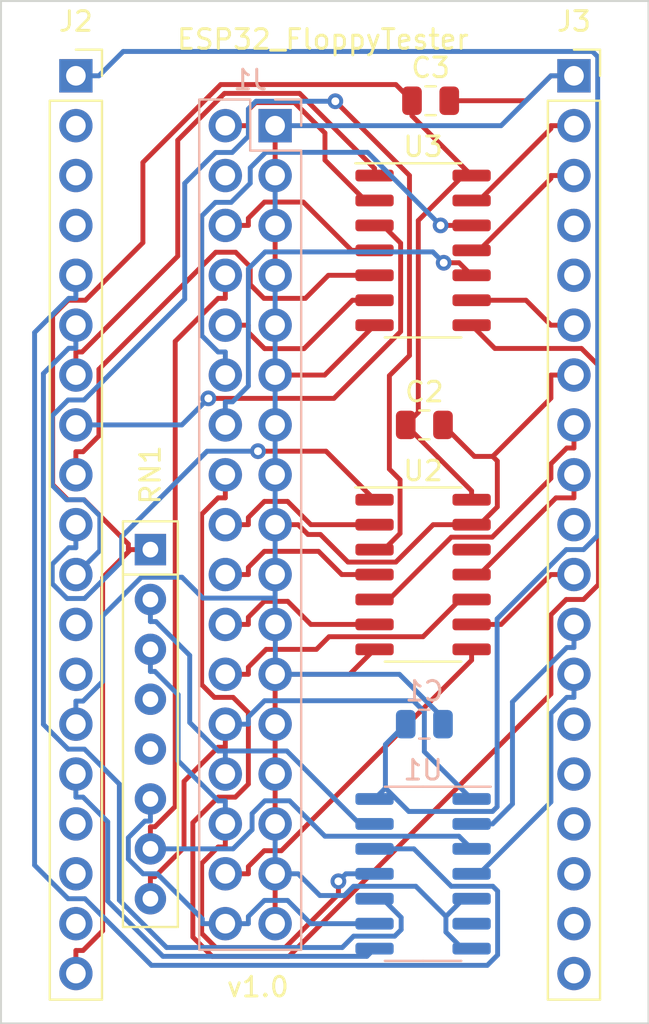
<source format=kicad_pcb>
(kicad_pcb (version 20221018) (generator pcbnew)
  (layers (0 "F.Cu" signal) (31 "B.Cu" signal) (34 "B.Paste" user) (35 "F.Paste" user) (36 "B.SilkS" user "B.Silkscreen") (37 "F.SilkS" user "F.Silkscreen") (38 "B.Mask" user) (39 "F.Mask" user) (44 "Edge.Cuts" user))
  (net 0 "")
  (net 1 "+5V")
  (net 2 "Net-(J2-Pin_5)")
  (net 3 "Net-(J2-Pin_6)")
  (net 4 "GND")
  (net 5 "+3V3")
  (net 6 "Net-(J2-Pin_15)")
  (net 7 "Net-(J3-Pin_12)")
  (net 8 "Net-(J3-Pin_13)")
  (net 30 "Net-(J1-Pin_2)")
  (net 31 "Net-(J1-Pin_6)")
  (net 32 "Net-(J1-Pin_8)")
  (net 33 "Net-(J1-Pin_10)")
  (net 34 "Net-(J1-Pin_12)")
  (net 35 "Net-(J1-Pin_14)")
  (net 36 "Net-(J1-Pin_16)")
  (net 37 "Net-(J1-Pin_18)")
  (net 38 "Net-(J1-Pin_20)")
  (net 39 "Net-(J1-Pin_22)")
  (net 40 "Net-(J1-Pin_24)")
  (net 41 "Net-(J1-Pin_26)")
  (net 42 "Net-(J1-Pin_28)")
  (net 43 "Net-(J1-Pin_30)")
  (net 44 "Net-(J1-Pin_32)")
  (net 45 "Net-(J1-Pin_34)")
  (net 46 "Net-(J2-Pin_7)")
  (net 47 "Net-(J2-Pin_8)")
  (net 48 "Net-(J2-Pin_9)")
  (net 49 "Net-(J2-Pin_10)")
  (net 50 "Net-(J2-Pin_11)")
  (net 51 "Net-(J3-Pin_2)")
  (net 52 "Net-(J3-Pin_3)")
  (net 53 "Net-(J3-Pin_6)")
  (net 54 "Net-(J3-Pin_8)")
  (net 55 "Net-(J3-Pin_9)")
  (net 56 "Net-(J3-Pin_11)")
  (footprint "Capacitor_SMD:C_0805_2012Metric" (layer "F.Cu") (at 48.26 50.8)
    (fp_text reference "C2")
    (fp_text value "0.1uF" hide)
  )
  (footprint "Package_SO:SOIC-14_3.9x8.7mm_P1.27mm" (layer "F.Cu") (at 48.195 41.91)
    (fp_text reference "U3")
    (fp_text value "74AHCT04")
  )
  (footprint "Connector_PinSocket_2.54mm:PinSocket_1x19_P2.54mm_Vertical" (layer "F.Cu") (at 55.89 33.02)
    (fp_text reference "J3")
    (fp_text value "Conn_01x19_Socket" hide)
  )
  (footprint "Package_SO:SOIC-14_3.9x8.7mm_P1.27mm" (layer "F.Cu") (at 48.195 58.42)
    (fp_text reference "U2")
    (fp_text value "74AHCT04")
  )
  (footprint "Capacitor_SMD:C_0805_2012Metric" (layer "F.Cu") (at 48.58 34.29)
    (fp_text reference "C3")
    (fp_text value "0.1uF" hide)
  )
  (footprint "Connector_PinSocket_2.54mm:PinSocket_1x19_P2.54mm_Vertical" (layer "F.Cu") (at 30.49 33.02)
    (fp_text reference "J2")
    (fp_text value "Conn_01x19_Socket" hide)
  )
  (footprint "Resistor_THT:R_Array_SIP8" (layer "F.Cu") (at 34.29 57.15 -90)
    (fp_text reference "RN1")
    (fp_text value "10k")
  )
  (footprint "Package_SO:SOIC-14_3.9x8.7mm_P1.27mm" (layer "B.Cu") (at 48.195 73.66 180)
    (fp_text reference "U1")
    (fp_text value "74LVC14")
  )
  (footprint "Connector_PinHeader_2.54mm:PinHeader_2x17_P2.54mm_Vertical" (layer "B.Cu") (at 40.65 35.56 180)
    (fp_text reference "J1")
    (fp_text value "Conn_02x17_Odd_Even" hide)
  )
  (footprint "Capacitor_SMD:C_0805_2012Metric" (layer "B.Cu") (at 48.26 66.04 180)
    (fp_text reference "C1")
    (fp_text value "0.1uF" hide)
  )
  (gr_rect (start 26.67 29.21) (end 59.69 81.28) (stroke (width 0.1)) (fill none) (layer "Edge.Cuts"))
  (gr_text "v1.0" (at 38.1 80.01) (layer "F.SilkS") (effects (font (size 1 1)) (justify left bottom)))
  (gr_text "ESP32_FloppyTester" (at 35.56 31.75) (layer "F.SilkS") (effects (font (size 1 1)) (justify left bottom)))
  (segment (start 33.9075 41.5203) (end 33.9075 37.4312) (width 0.25) (layer "F.Cu") (net 1))
  (segment (start 30.0758 54.61) (end 29.3044 53.8386) (width 0.25) (layer "F.Cu") (net 1))
  (segment (start 30.49 78.74) (end 30.49 77.5649) (width 0.25) (layer "F.Cu") (net 1))
  (segment (start 30.9062 54.61) (end 30.0758 54.61) (width 0.25) (layer "F.Cu") (net 1))
  (segment (start 47.9511 50.1589) (end 47.31 50.8) (width 0.25) (layer "F.Cu") (net 1))
  (segment (start 50.67 54.16) (end 50.67 54.61) (width 0.25) (layer "F.Cu") (net 1))
  (segment (start 46.806 33.466) (end 47.63 34.29) (width 0.25) (layer "F.Cu") (net 1))
  (segment (start 33.9075 37.4312) (end 37.8727 33.466) (width 0.25) (layer "F.Cu") (net 1))
  (segment (start 34.29 57.15) (end 33.2775 57.15) (width 0.25) (layer "F.Cu") (net 1))
  (segment (start 30.8552 77.5649) (end 30.49 77.5649) (width 0.25) (layer "F.Cu") (net 1))
  (segment (start 31.8548 76.5653) (end 30.8552 77.5649) (width 0.25) (layer "F.Cu") (net 1))
  (segment (start 47.63 34.29) (end 47.63 35.06) (width 0.25) (layer "F.Cu") (net 1))
  (segment (start 33.2775 57.15) (end 33.1649 57.15) (width 0.25) (layer "F.Cu") (net 1))
  (segment (start 50.4561 37.886) (end 47.9511 40.391) (width 0.25) (layer "F.Cu") (net 1))
  (segment (start 33.2775 57.15) (end 31.8548 58.5727) (width 0.25) (layer "F.Cu") (net 1))
  (segment (start 47.31 50.8) (end 50.67 54.16) (width 0.25) (layer "F.Cu") (net 1))
  (segment (start 37.8727 33.466) (end 46.806 33.466) (width 0.25) (layer "F.Cu") (net 1))
  (segment (start 30.0939 44.45) (end 30.9778 44.45) (width 0.25) (layer "F.Cu") (net 1))
  (segment (start 33.1649 56.8687) (end 30.9062 54.61) (width 0.25) (layer "F.Cu") (net 1))
  (segment (start 31.8548 58.5727) (end 31.8548 76.5653) (width 0.25) (layer "F.Cu") (net 1))
  (segment (start 47.9511 40.391) (end 47.9511 50.1589) (width 0.25) (layer "F.Cu") (net 1))
  (segment (start 47.63 35.06) (end 50.4561 37.886) (width 0.25) (layer "F.Cu") (net 1))
  (segment (start 33.1649 57.15) (end 33.1649 56.8687) (width 0.25) (layer "F.Cu") (net 1))
  (segment (start 50.4561 37.886) (end 50.67 38.1) (width 0.25) (layer "F.Cu") (net 1))
  (segment (start 30.9778 44.45) (end 33.9075 41.5203) (width 0.25) (layer "F.Cu") (net 1))
  (segment (start 29.3044 53.8386) (end 29.3044 45.2395) (width 0.25) (layer "F.Cu") (net 1))
  (segment (start 29.3044 45.2395) (end 30.0939 44.45) (width 0.25) (layer "F.Cu") (net 1))
  (segment (start 30.094 74.93) (end 30.9523 74.93) (width 0.25) (layer "B.Cu") (net 2))
  (segment (start 49.634 74.295) (end 47.729 72.39) (width 0.25) (layer "B.Cu") (net 2))
  (segment (start 51.9967 74.5391) (end 51.7526 74.295) (width 0.25) (layer "B.Cu") (net 2))
  (segment (start 28.3836 73.2196) (end 30.094 74.93) (width 0.25) (layer "B.Cu") (net 2))
  (segment (start 51.9967 77.7947) (end 51.9967 74.5391) (width 0.25) (layer "B.Cu") (net 2))
  (segment (start 30.49 43.18) (end 30.49 44.3551) (width 0.25) (layer "B.Cu") (net 2))
  (segment (start 30.49 44.3551) (end 30.1228 44.3551) (width 0.25) (layer "B.Cu") (net 2))
  (segment (start 51.7526 74.295) (end 49.634 74.295) (width 0.25) (layer "B.Cu") (net 2))
  (segment (start 30.1228 44.3551) (end 28.3836 46.0943) (width 0.25) (layer "B.Cu") (net 2))
  (segment (start 51.4693 78.3221) (end 51.9967 77.7947) (width 0.25) (layer "B.Cu") (net 2))
  (segment (start 30.9523 74.93) (end 34.3444 78.3221) (width 0.25) (layer "B.Cu") (net 2))
  (segment (start 28.3836 46.0943) (end 28.3836 73.2196) (width 0.25) (layer "B.Cu") (net 2))
  (segment (start 47.729 72.39) (end 45.72 72.39) (width 0.25) (layer "B.Cu") (net 2))
  (segment (start 34.3444 78.3221) (end 51.4693 78.3221) (width 0.25) (layer "B.Cu") (net 2))
  (segment (start 32.7059 69.0909) (end 32.7059 75.0021) (width 0.25) (layer "B.Cu") (net 3))
  (segment (start 32.7059 75.0021) (end 35.1174 77.4136) (width 0.25) (layer "B.Cu") (net 3))
  (segment (start 30.925 67.31) (end 32.7059 69.0909) (width 0.25) (layer "B.Cu") (net 3))
  (segment (start 30.49 46.8951) (end 30.1228 46.8951) (width 0.25) (layer "B.Cu") (net 3))
  (segment (start 47.0768 75.8803) (end 46.1265 74.93) (width 0.25) (layer "B.Cu") (net 3))
  (segment (start 47.0768 76.5066) (end 47.0768 75.8803) (width 0.25) (layer "B.Cu") (net 3))
  (segment (start 35.1174 77.4136) (end 44.075 77.4136) (width 0.25) (layer "B.Cu") (net 3))
  (segment (start 30.0928 67.31) (end 30.925 67.31) (width 0.25) (layer "B.Cu") (net 3))
  (segment (start 44.075 77.4136) (end 44.6536 76.835) (width 0.25) (layer "B.Cu") (net 3))
  (segment (start 44.6536 76.835) (end 46.7484 76.835) (width 0.25) (layer "B.Cu") (net 3))
  (segment (start 30.1228 46.8951) (end 28.8338 48.1841) (width 0.25) (layer "B.Cu") (net 3))
  (segment (start 28.8338 48.1841) (end 28.8338 66.051) (width 0.25) (layer "B.Cu") (net 3))
  (segment (start 46.7484 76.835) (end 47.0768 76.5066) (width 0.25) (layer "B.Cu") (net 3))
  (segment (start 46.1265 74.93) (end 45.72 74.93) (width 0.25) (layer "B.Cu") (net 3))
  (segment (start 30.49 45.72) (end 30.49 46.8951) (width 0.25) (layer "B.Cu") (net 3))
  (segment (start 28.8338 66.051) (end 30.0928 67.31) (width 0.25) (layer "B.Cu") (net 3))
  (segment (start 40.65 38.1) (end 40.65 35.56) (width 0.25) (layer "F.Cu") (net 4))
  (segment (start 40.65 63.5) (end 40.65 64.8649) (width 0.25) (layer "F.Cu") (net 4))
  (segment (start 45.72 45.72) (end 43.18 48.26) (width 0.25) (layer "F.Cu") (net 4))
  (segment (start 40.65 68.58) (end 40.65 66.04) (width 0.25) (layer "F.Cu") (net 4))
  (segment (start 46.8057 57.785) (end 44.3667 57.785) (width 0.25) (layer "F.Cu") (net 4))
  (segment (start 40.65 76.2) (end 40.65 73.66) (width 0.25) (layer "F.Cu") (net 4))
  (segment (start 42.9617 56.38) (end 42.3251 56.38) (width 0.25) (layer "F.Cu") (net 4))
  (segment (start 43.18 48.26) (end 40.65 48.26) (width 0.25) (layer "F.Cu") (net 4))
  (segment (start 48.7107 55.88) (end 46.8057 57.785) (width 0.25) (layer "F.Cu") (net 4))
  (segment (start 50.67 55.88) (end 48.7107 55.88) (width 0.25) (layer "F.Cu") (net 4))
  (segment (start 49.53 34.29) (end 53.4449 34.29) (width 0.25) (layer "F.Cu") (net 4))
  (segment (start 40.65 43.18) (end 40.65 40.64) (width 0.25) (layer "F.Cu") (net 4))
  (segment (start 54.7149 49.4351) (end 51.7456 52.4044) (width 0.25) (layer "F.Cu") (net 4))
  (segment (start 51.9816 52.6404) (end 51.9816 54.9724) (width 0.25) (layer "F.Cu") (net 4))
  (segment (start 50.8144 52.4044) (end 49.21 50.8) (width 0.25) (layer "F.Cu") (net 4))
  (segment (start 42.3251 56.38) (end 41.8251 55.88) (width 0.25) (layer "F.Cu") (net 4))
  (segment (start 51.7456 52.4044) (end 51.9816 52.6404) (width 0.25) (layer "F.Cu") (net 4))
  (segment (start 40.65 66.04) (end 40.65 64.8649) (width 0.25) (layer "F.Cu") (net 4))
  (segment (start 53.4449 34.29) (end 54.7149 33.02) (width 0.25) (layer "F.Cu") (net 4))
  (segment (start 40.65 55.88) (end 41.8251 55.88) (width 0.25) (layer "F.Cu") (net 4))
  (segment (start 44.45 63.5) (end 40.65 63.5) (width 0.25) (layer "F.Cu") (net 4))
  (segment (start 55.89 48.26) (end 54.7149 48.26) (width 0.25) (layer "F.Cu") (net 4))
  (segment (start 51.9816 54.9724) (end 51.074 55.88) (width 0.25) (layer "F.Cu") (net 4))
  (segment (start 51.7456 52.4044) (end 50.8144 52.4044) (width 0.25) (layer "F.Cu") (net 4))
  (segment (start 40.65 71.12) (end 40.65 68.58) (width 0.25) (layer "F.Cu") (net 4))
  (segment (start 55.89 33.02) (end 54.7149 33.02) (width 0.25) (layer "F.Cu") (net 4))
  (segment (start 45.72 62.23) (end 44.45 63.5) (width 0.25) (layer "F.Cu") (net 4))
  (segment (start 51.074 55.88) (end 50.67 55.88) (width 0.25) (layer "F.Cu") (net 4))
  (segment (start 54.7149 48.26) (end 54.7149 49.4351) (width 0.25) (layer "F.Cu") (net 4))
  (segment (start 44.3667 57.785) (end 42.9617 56.38) (width 0.25) (layer "F.Cu") (net 4))
  (segment (start 42.9316 74.7665) (end 44.1778 74.7665) (width 0.25) (layer "B.Cu") (net 4))
  (segment (start 40.6592 60.96) (end 40.65 60.9508) (width 0.25) (layer "B.Cu") (net 4))
  (segment (start 40.6592 63.5) (end 40.65 63.5) (width 0.25) (layer "B.Cu") (net 4))
  (segment (start 33.8272 58.5564) (end 31.8548 60.5288) (width 0.25) (layer "B.Cu") (net 4))
  (segment (start 31.8548 60.5288) (end 31.8548 63.8653) (width 0.25) (layer "B.Cu") (net 4))
  (segment (start 44.1778 74.7665) (end 44.6493 74.295) (width 0.25) (layer "B.Cu") (net 4))
  (segment (start 40.65 50.8) (end 40.65 48.26) (width 0.25) (layer "B.Cu") (net 4))
  (segment (start 50.2018 77.47) (end 49.3598 76.628) (width 0.25) (layer "B.Cu") (net 4))
  (segment (start 50.2601 74.93) (end 50.67 74.93) (width 0.25) (layer "B.Cu") (net 4))
  (segment (start 40.65 58.42) (end 40.65 55.88) (width 0.25) (layer "B.Cu") (net 4))
  (segment (start 40.65 59.6191) (end 40.65 58.42) (width 0.25) (layer "B.Cu") (net 4))
  (segment (start 40.65 45.72) (end 40.65 43.18) (width 0.25) (layer "B.Cu") (net 4))
  (segment (start 44.6493 74.295) (end 47.8245 74.295) (width 0.25) (layer "B.Cu") (net 4))
  (segment (start 40.65 73.66) (end 40.65 71.12) (width 0.25) (layer "B.Cu") (net 4))
  (segment (start 46.9889 63.5) (end 40.6592 63.5) (width 0.25) (layer "B.Cu") (net 4))
  (segment (start 40.65 35.56) (end 52.1749 35.56) (width 0.25) (layer "B.Cu") (net 4))
  (segment (start 40.65 60.96) (end 40.6592 60.96) (width 0.25) (layer "B.Cu") (net 4))
  (segment (start 40.65 40.64) (end 40.65 38.1) (width 0.25) (layer "B.Cu") (net 4))
  (segment (start 30.8552 64.8649) (end 30.49 64.8649) (width 0.25) (layer "B.Cu") (net 4))
  (segment (start 40.65 53.34) (end 40.65 54.5151) (width 0.25) (layer "B.Cu") (net 4))
  (segment (start 55.89 33.02) (end 54.7149 33.02) (width 0.25) (layer "B.Cu") (net 4))
  (segment (start 40.65 48.26) (end 40.65 45.72) (width 0.25) (layer "B.Cu") (net 4))
  (segment (start 40.65 55.88) (end 40.65 54.5151) (width 0.25) (layer "B.Cu") (net 4))
  (segment (start 41.8251 73.66) (end 42.9316 74.7665) (width 0.25) (layer "B.Cu") (net 4))
  (segment (start 40.65 53.34) (end 40.65 50.8) (width 0.25) (layer "B.Cu") (net 4))
  (segment (start 30.49 66.04) (end 30.49 64.8649) (width 0.25) (layer "B.Cu") (net 4))
  (segment (start 52.1749 35.56) (end 54.7149 33.02) (width 0.25) (layer "B.Cu") (net 4))
  (segment (start 49.3598 75.8303) (end 50.2601 74.93) (width 0.25) (layer "B.Cu") (net 4))
  (segment (start 50.67 77.47) (end 50.2018 77.47) (width 0.25) (layer "B.Cu") (net 4))
  (segment (start 49.21 65.7211) (end 46.9889 63.5) (width 0.25) (layer "B.Cu") (net 4))
  (segment (start 47.8245 74.295) (end 49.3598 75.8303) (width 0.25) (layer "B.Cu") (net 4))
  (segment (start 36.9657 59.6191) (end 35.903 58.5564) (width 0.25) (layer "B.Cu") (net 4))
  (segment (start 35.903 58.5564) (end 33.8272 58.5564) (width 0.25) (layer "B.Cu") (net 4))
  (segment (start 31.8548 63.8653) (end 30.8552 64.8649) (width 0.25) (layer "B.Cu") (net 4))
  (segment (start 49.3598 76.628) (end 49.3598 75.8303) (width 0.25) (layer "B.Cu") (net 4))
  (segment (start 40.65 73.66) (end 41.8251 73.66) (width 0.25) (layer "B.Cu") (net 4))
  (segment (start 40.6592 63.5) (end 40.6592 60.96) (width 0.25) (layer "B.Cu") (net 4))
  (segment (start 40.65 60.9508) (end 40.65 59.6191) (width 0.25) (layer "B.Cu") (net 4))
  (segment (start 40.65 59.6191) (end 36.9657 59.6191) (width 0.25) (layer "B.Cu") (net 4))
  (segment (start 49.21 66.04) (end 49.21 65.7211) (width 0.25) (layer "B.Cu") (net 4))
  (segment (start 56.8345 31.7812) (end 32.9039 31.7812) (width 0.25) (layer "B.Cu") (net 5))
  (segment (start 56.3795 57.15) (end 57.1002 56.4293) (width 0.25) (layer "B.Cu") (net 5))
  (segment (start 47.31 66.04) (end 46.275 67.075) (width 0.25) (layer "B.Cu") (net 5))
  (segment (start 32.9039 31.7812) (end 31.6651 33.02) (width 0.25) (layer "B.Cu") (net 5))
  (segment (start 30.49 33.02) (end 31.6651 33.02) (width 0.25) (layer "B.Cu") (net 5))
  (segment (start 46.275 67.075) (end 46.275 69.295) (width 0.25) (layer "B.Cu") (net 5))
  (segment (start 57.1002 56.4293) (end 57.1002 32.0469) (width 0.25) (layer "B.Cu") (net 5))
  (segment (start 45.72 69.85) (end 46.275 69.295) (width 0.25) (layer "B.Cu") (net 5))
  (segment (start 55.4977 57.15) (end 56.3795 57.15) (width 0.25) (layer "B.Cu") (net 5))
  (segment (start 47.465 70.485) (end 51.7364 70.485) (width 0.25) (layer "B.Cu") (net 5))
  (segment (start 51.9708 70.2506) (end 51.9708 60.6769) (width 0.25) (layer "B.Cu") (net 5))
  (segment (start 46.275 69.295) (end 47.465 70.485) (width 0.25) (layer "B.Cu") (net 5))
  (segment (start 51.9708 60.6769) (end 55.4977 57.15) (width 0.25) (layer "B.Cu") (net 5))
  (segment (start 51.7364 70.485) (end 51.9708 70.2506) (width 0.25) (layer "B.Cu") (net 5))
  (segment (start 57.1002 32.0469) (end 56.8345 31.7812) (width 0.25) (layer "B.Cu") (net 5))
  (segment (start 45.3262 77.8638) (end 45.72 77.47) (width 0.25) (layer "B.Cu") (net 6))
  (segment (start 30.49 68.58) (end 30.49 69.7551) (width 0.25) (layer "B.Cu") (net 6))
  (segment (start 30.49 69.7551) (end 30.8573 69.7551) (width 0.25) (layer "B.Cu") (net 6))
  (segment (start 34.9309 77.8638) (end 45.3262 77.8638) (width 0.25) (layer "B.Cu") (net 6))
  (segment (start 32.1152 71.013) (end 32.1152 75.0481) (width 0.25) (layer "B.Cu") (net 6))
  (segment (start 30.8573 69.7551) (end 32.1152 71.013) (width 0.25) (layer "B.Cu") (net 6))
  (segment (start 32.1152 75.0481) (end 34.9309 77.8638) (width 0.25) (layer "B.Cu") (net 6))
  (segment (start 51.7381 71.12) (end 50.67 71.12) (width 0.25) (layer "B.Cu") (net 7))
  (segment (start 55.89 60.96) (end 55.89 62.1351) (width 0.25) (layer "B.Cu") (net 7))
  (segment (start 52.7536 64.9043) (end 52.7536 70.1045) (width 0.25) (layer "B.Cu") (net 7))
  (segment (start 55.89 62.1351) (end 55.5228 62.1351) (width 0.25) (layer "B.Cu") (net 7))
  (segment (start 55.5228 62.1351) (end 52.7536 64.9043) (width 0.25) (layer "B.Cu") (net 7))
  (segment (start 52.7536 70.1045) (end 51.7381 71.12) (width 0.25) (layer "B.Cu") (net 7))
  (segment (start 55.5227 64.6751) (end 54.7149 65.4829) (width 0.25) (layer "B.Cu") (net 8))
  (segment (start 54.7149 65.4829) (end 54.7149 70.0036) (width 0.25) (layer "B.Cu") (net 8))
  (segment (start 55.89 64.6751) (end 55.5227 64.6751) (width 0.25) (layer "B.Cu") (net 8))
  (segment (start 55.89 63.5) (end 55.89 64.6751) (width 0.25) (layer "B.Cu") (net 8))
  (segment (start 54.7149 70.0036) (end 51.0585 73.66) (width 0.25) (layer "B.Cu") (net 8))
  (segment (start 51.0585 73.66) (end 50.67 73.66) (width 0.25) (layer "B.Cu") (net 8))
  (segment (start 45.249 39.37) (end 45.72 39.37) (width 0.25) (layer "F.Cu") (net 30))
  (segment (start 39.6524 34.3848) (end 41.6417 34.3848) (width 0.25) (layer "F.Cu") (net 30))
  (segment (start 39.2851 35.56) (end 39.2851 34.7521) (width 0.25) (layer "F.Cu") (net 30))
  (segment (start 39.2851 34.7521) (end 39.6524 34.3848) (width 0.25) (layer "F.Cu") (net 30))
  (segment (start 38.11 35.56) (end 39.2851 35.56) (width 0.25) (layer "F.Cu") (net 30))
  (segment (start 43.1921 37.3131) (end 45.249 39.37) (width 0.25) (layer "F.Cu") (net 30))
  (segment (start 43.1921 35.9352) (end 43.1921 37.3131) (width 0.25) (layer "F.Cu") (net 30))
  (segment (start 41.6417 34.3848) (end 43.1921 35.9352) (width 0.25) (layer "F.Cu") (net 30))
  (segment (start 40.1076 39.4503) (end 42.0868 39.4503) (width 0.25) (layer "F.Cu") (net 31))
  (segment (start 39.2851 40.64) (end 39.2851 40.2728) (width 0.25) (layer "F.Cu") (net 31))
  (segment (start 42.0868 39.4503) (end 44.5465 41.91) (width 0.25) (layer "F.Cu") (net 31))
  (segment (start 38.11 40.64) (end 39.2851 40.64) (width 0.25) (layer "F.Cu") (net 31))
  (segment (start 44.5465 41.91) (end 45.72 41.91) (width 0.25) (layer "F.Cu") (net 31))
  (segment (start 39.2851 40.2728) (end 40.1076 39.4503) (width 0.25) (layer "F.Cu") (net 31))
  (segment (start 34.29 72.39) (end 34.29 71.2649) (width 0.25) (layer "F.Cu") (net 32))
  (segment (start 37.7428 44.3551) (end 35.5544 46.5435) (width 0.25) (layer "F.Cu") (net 32))
  (segment (start 34.5231 71.2649) (end 34.29 71.2649) (width 0.25) (layer "F.Cu") (net 32))
  (segment (start 35.5544 46.5435) (end 35.5544 70.2336) (width 0.25) (layer "F.Cu") (net 32))
  (segment (start 35.5544 70.2336) (end 34.5231 71.2649) (width 0.25) (layer "F.Cu") (net 32))
  (segment (start 38.11 43.18) (end 38.11 44.3551) (width 0.25) (layer "F.Cu") (net 32))
  (segment (start 38.11 44.3551) (end 37.7428 44.3551) (width 0.25) (layer "F.Cu") (net 32))
  (segment (start 39.4748 71.4193) (end 39.4748 70.5943) (width 0.25) (layer "B.Cu") (net 32))
  (segment (start 43.1921 71.7458) (end 50.0258 71.7458) (width 0.25) (layer "B.Cu") (net 32))
  (segment (start 41.3893 69.943) (end 43.1921 71.7458) (width 0.25) (layer "B.Cu") (net 32))
  (segment (start 34.29 72.39) (end 38.5041 72.39) (width 0.25) (layer "B.Cu") (net 32))
  (segment (start 38.5041 72.39) (end 39.4748 71.4193) (width 0.25) (layer "B.Cu") (net 32))
  (segment (start 39.4748 70.5943) (end 40.1261 69.943) (width 0.25) (layer "B.Cu") (net 32))
  (segment (start 40.1261 69.943) (end 41.3893 69.943) (width 0.25) (layer "B.Cu") (net 32))
  (segment (start 50.0258 71.7458) (end 50.67 72.39) (width 0.25) (layer "B.Cu") (net 32))
  (segment (start 40.1122 46.9143) (end 42.1279 46.9143) (width 0.25) (layer "F.Cu") (net 33))
  (segment (start 39.2851 46.0872) (end 40.1122 46.9143) (width 0.25) (layer "F.Cu") (net 33))
  (segment (start 44.5922 44.45) (end 45.72 44.45) (width 0.25) (layer "F.Cu") (net 33))
  (segment (start 42.1279 46.9143) (end 44.5922 44.45) (width 0.25) (layer "F.Cu") (net 33))
  (segment (start 38.11 45.72) (end 39.2851 45.72) (width 0.25) (layer "F.Cu") (net 33))
  (segment (start 39.2851 45.72) (end 39.2851 46.0872) (width 0.25) (layer "F.Cu") (net 33))
  (segment (start 49.088 40.64) (end 50.67 40.64) (width 0.25) (layer "F.Cu") (net 34))
  (via (at 49.088 40.64) (size 0.8) (drill 0.4) (layers "F.Cu" "B.Cu") (net 34))
  (segment (start 38.11 47.0849) (end 37.7428 47.0849) (width 0.25) (layer "B.Cu") (net 34))
  (segment (start 40.168 36.9171) (end 45.3651 36.9171) (width 0.25) (layer "B.Cu") (net 34))
  (segment (start 37.6068 39.4648) (end 38.4093 39.4648) (width 0.25) (layer "B.Cu") (net 34))
  (segment (start 39.38 38.4941) (end 39.38 37.7051) (width 0.25) (layer "B.Cu") (net 34))
  (segment (start 38.4093 39.4648) (end 39.38 38.4941) (width 0.25) (layer "B.Cu") (net 34))
  (segment (start 38.11 48.26) (end 38.11 47.0849) (width 0.25) (layer "B.Cu") (net 34))
  (segment (start 36.91 46.2521) (end 36.91 40.1616) (width 0.25) (layer "B.Cu") (net 34))
  (segment (start 36.91 40.1616) (end 37.6068 39.4648) (width 0.25) (layer "B.Cu") (net 34))
  (segment (start 37.7428 47.0849) (end 36.91 46.2521) (width 0.25) (layer "B.Cu") (net 34))
  (segment (start 45.3651 36.9171) (end 49.088 40.64) (width 0.25) (layer "B.Cu") (net 34))
  (segment (start 39.38 37.7051) (end 40.168 36.9171) (width 0.25) (layer "B.Cu") (net 34))
  (segment (start 50.032 42.542) (end 50.67 43.18) (width 0.25) (layer "F.Cu") (net 35))
  (segment (start 49.2471 42.542) (end 50.032 42.542) (width 0.25) (layer "F.Cu") (net 35))
  (via (at 49.2471 42.542) (size 0.8) (drill 0.4) (layers "F.Cu" "B.Cu") (net 35))
  (segment (start 48.6941 41.989) (end 49.2471 42.542) (width 0.25) (layer "B.Cu") (net 35))
  (segment (start 38.4773 49.6249) (end 39.2851 48.8171) (width 0.25) (layer "B.Cu") (net 35))
  (segment (start 38.11 49.6249) (end 38.4773 49.6249) (width 0.25) (layer "B.Cu") (net 35))
  (segment (start 39.2851 48.8171) (end 39.2851 42.844) (width 0.25) (layer "B.Cu") (net 35))
  (segment (start 40.1401 41.989) (end 48.6941 41.989) (width 0.25) (layer "B.Cu") (net 35))
  (segment (start 38.11 50.8) (end 38.11 49.6249) (width 0.25) (layer "B.Cu") (net 35))
  (segment (start 39.2851 42.844) (end 40.1401 41.989) (width 0.25) (layer "B.Cu") (net 35))
  (segment (start 54.7148 60.4711) (end 55.4959 59.69) (width 0.25) (layer "F.Cu") (net 36))
  (segment (start 39.2852 65.4514) (end 39.2852 69.0911) (width 0.25) (layer "F.Cu") (net 36))
  (segment (start 37.5554 64.6752) (end 38.509 64.6752) (width 0.25) (layer "F.Cu") (net 36))
  (segment (start 36.4548 76.8808) (end 37.4409 77.8669) (width 0.25) (layer "F.Cu") (net 36))
  (segment (start 41.3487 77.8669) (end 54.7148 64.5008) (width 0.25) (layer "F.Cu") (net 36))
  (segment (start 38.11 54.5151) (end 37.7428 54.5151) (width 0.25) (layer "F.Cu") (net 36))
  (segment (start 36.4548 71.0542) (end 36.4548 76.8808) (width 0.25) (layer "F.Cu") (net 36))
  (segment (start 57.1387 47.771) (end 56.2735 46.9058) (width 0.25) (layer "F.Cu") (net 36))
  (segment (start 38.509 64.6752) (end 39.2852 65.4514) (width 0.25) (layer "F.Cu") (net 36))
  (segment (start 56.2735 46.9058) (end 51.8558 46.9058) (width 0.25) (layer "F.Cu") (net 36))
  (segment (start 38.6211 69.7552) (end 37.7538 69.7552) (width 0.25) (layer "F.Cu") (net 36))
  (segment (start 36.9034 55.3545) (end 36.9034 64.0232) (width 0.25) (layer "F.Cu") (net 36))
  (segment (start 37.4409 77.8669) (end 41.3487 77.8669) (width 0.25) (layer "F.Cu") (net 36))
  (segment (start 57.1387 58.93) (end 57.1387 47.771) (width 0.25) (layer "F.Cu") (net 36))
  (segment (start 51.8558 46.9058) (end 50.67 45.72) (width 0.25) (layer "F.Cu") (net 36))
  (segment (start 56.3787 59.69) (end 57.1387 58.93) (width 0.25) (layer "F.Cu") (net 36))
  (segment (start 37.7428 54.5151) (end 36.9034 55.3545) (width 0.25) (layer "F.Cu") (net 36))
  (segment (start 37.7538 69.7552) (end 36.4548 71.0542) (width 0.25) (layer "F.Cu") (net 36))
  (segment (start 39.2852 69.0911) (end 38.6211 69.7552) (width 0.25) (layer "F.Cu") (net 36))
  (segment (start 54.7148 64.5008) (end 54.7148 60.4711) (width 0.25) (layer "F.Cu") (net 36))
  (segment (start 55.4959 59.69) (end 56.3787 59.69) (width 0.25) (layer "F.Cu") (net 36))
  (segment (start 36.9034 64.0232) (end 37.5554 64.6752) (width 0.25) (layer "F.Cu") (net 36))
  (segment (start 38.11 53.34) (end 38.11 54.5151) (width 0.25) (layer "F.Cu") (net 36))
  (segment (start 39.2851 55.88) (end 39.2851 55.5128) (width 0.25) (layer "F.Cu") (net 37))
  (segment (start 42.4694 55.88) (end 45.72 55.88) (width 0.25) (layer "F.Cu") (net 37))
  (segment (start 39.2851 55.5128) (end 40.1026 54.6953) (width 0.25) (layer "F.Cu") (net 37))
  (segment (start 38.11 55.88) (end 39.2851 55.88) (width 0.25) (layer "F.Cu") (net 37))
  (segment (start 40.1026 54.6953) (end 41.2847 54.6953) (width 0.25) (layer "F.Cu") (net 37))
  (segment (start 41.2847 54.6953) (end 42.4694 55.88) (width 0.25) (layer "F.Cu") (net 37))
  (segment (start 38.11 58.42) (end 39.2851 58.42) (width 0.25) (layer "F.Cu") (net 38))
  (segment (start 39.2851 58.0528) (end 40.1003 57.2376) (width 0.25) (layer "F.Cu") (net 38))
  (segment (start 39.2851 58.42) (end 39.2851 58.0528) (width 0.25) (layer "F.Cu") (net 38))
  (segment (start 40.1003 57.2376) (end 42.8645 57.2376) (width 0.25) (layer "F.Cu") (net 38))
  (segment (start 44.0469 58.42) (end 45.72 58.42) (width 0.25) (layer "F.Cu") (net 38))
  (segment (start 42.8645 57.2376) (end 44.0469 58.42) (width 0.25) (layer "F.Cu") (net 38))
  (segment (start 38.11 60.96) (end 39.2851 60.96) (width 0.25) (layer "F.Cu") (net 39))
  (segment (start 42.4694 60.96) (end 45.72 60.96) (width 0.25) (layer "F.Cu") (net 39))
  (segment (start 40.0934 59.7845) (end 41.2939 59.7845) (width 0.25) (layer "F.Cu") (net 39))
  (segment (start 41.2939 59.7845) (end 42.4694 60.96) (width 0.25) (layer "F.Cu") (net 39))
  (segment (start 39.2851 60.5928) (end 40.0934 59.7845) (width 0.25) (layer "F.Cu") (net 39))
  (segment (start 39.2851 60.96) (end 39.2851 60.5928) (width 0.25) (layer "F.Cu") (net 39))
  (segment (start 50.0908 59.69) (end 48.195 61.5858) (width 0.25) (layer "F.Cu") (net 40))
  (segment (start 43.4017 61.5858) (end 42.7575 62.23) (width 0.25) (layer "F.Cu") (net 40))
  (segment (start 42.7575 62.23) (end 40.1898 62.23) (width 0.25) (layer "F.Cu") (net 40))
  (segment (start 48.195 61.5858) (end 43.4017 61.5858) (width 0.25) (layer "F.Cu") (net 40))
  (segment (start 38.11 63.5) (end 39.2851 63.5) (width 0.25) (layer "F.Cu") (net 40))
  (segment (start 40.1898 62.23) (end 39.2851 63.1347) (width 0.25) (layer "F.Cu") (net 40))
  (segment (start 39.2851 63.1347) (end 39.2851 63.5) (width 0.25) (layer "F.Cu") (net 40))
  (segment (start 50.67 59.69) (end 50.0908 59.69) (width 0.25) (layer "F.Cu") (net 40))
  (segment (start 34.5231 73.8049) (end 34.29 73.8049) (width 0.25) (layer "F.Cu") (net 41))
  (segment (start 36.0046 68.9533) (end 36.0046 72.3234) (width 0.25) (layer "F.Cu") (net 41))
  (segment (start 34.29 74.93) (end 34.29 73.8049) (width 0.25) (layer "F.Cu") (net 41))
  (segment (start 38.11 67.2151) (end 37.7428 67.2151) (width 0.25) (layer "F.Cu") (net 41))
  (segment (start 36.0046 72.3234) (end 34.5231 73.8049) (width 0.25) (layer "F.Cu") (net 41))
  (segment (start 37.7428 67.2151) (end 36.0046 68.9533) (width 0.25) (layer "F.Cu") (net 41))
  (segment (start 38.11 66.04) (end 38.11 67.2151) (width 0.25) (layer "F.Cu") (net 41))
  (segment (start 39.2851 65.6728) (end 40.1104 64.8475) (width 0.25) (layer "B.Cu") (net 41))
  (segment (start 48.26 65.408) (end 48.26 67.44) (width 0.25) (layer "B.Cu") (net 41))
  (segment (start 38.11 66.04) (end 39.2851 66.04) (width 0.25) (layer "B.Cu") (net 41))
  (segment (start 48.26 67.44) (end 50.67 69.85) (width 0.25) (layer "B.Cu") (net 41))
  (segment (start 40.1104 64.8475) (end 47.6995 64.8475) (width 0.25) (layer "B.Cu") (net 41))
  (segment (start 47.6995 64.8475) (end 48.26 65.408) (width 0.25) (layer "B.Cu") (net 41))
  (segment (start 39.2851 66.04) (end 39.2851 65.6728) (width 0.25) (layer "B.Cu") (net 41))
  (segment (start 34.29 60.8151) (end 34.5713 60.8151) (width 0.25) (layer "B.Cu") (net 42))
  (segment (start 38.11 67.4049) (end 41.2482 67.4049) (width 0.25) (layer "B.Cu") (net 42))
  (segment (start 44.9633 71.12) (end 45.72 71.12) (width 0.25) (layer "B.Cu") (net 42))
  (segment (start 38.11 68.58) (end 38.11 67.4049) (width 0.25) (layer "B.Cu") (net 42))
  (segment (start 41.2482 67.4049) (end 44.9633 71.12) (width 0.25) (layer "B.Cu") (net 42))
  (segment (start 36.2951 62.5389) (end 36.2951 65.9553) (width 0.25) (layer "B.Cu") (net 42))
  (segment (start 36.2951 65.9553) (end 37.7447 67.4049) (width 0.25) (layer "B.Cu") (net 42))
  (segment (start 34.5713 60.8151) (end 36.2951 62.5389) (width 0.25) (layer "B.Cu") (net 42))
  (segment (start 37.7447 67.4049) (end 38.11 67.4049) (width 0.25) (layer "B.Cu") (net 42))
  (segment (start 34.29 59.69) (end 34.29 60.8151) (width 0.25) (layer "B.Cu") (net 42))
  (segment (start 41.1622 77.4167) (end 43.8775 74.7014) (width 0.25) (layer "F.Cu") (net 43))
  (segment (start 38.11 71.12) (end 38.11 72.2951) (width 0.25) (layer "F.Cu") (net 43))
  (segment (start 37.6274 77.4167) (end 41.1622 77.4167) (width 0.25) (layer "F.Cu") (net 43))
  (segment (start 36.905 73.1329) (end 36.905 76.6943) (width 0.25) (layer "F.Cu") (net 43))
  (segment (start 36.905 76.6943) (end 37.6274 77.4167) (width 0.25) (layer "F.Cu") (net 43))
  (segment (start 37.7428 72.2951) (end 36.905 73.1329) (width 0.25) (layer "F.Cu") (net 43))
  (segment (start 38.11 72.2951) (end 37.7428 72.2951) (width 0.25) (layer "F.Cu") (net 43))
  (segment (start 43.8775 74.7014) (end 43.8775 74.0414) (width 0.25) (layer "F.Cu") (net 43))
  (via (at 43.8775 74.0414) (size 0.8) (drill 0.4) (layers "F.Cu" "B.Cu") (net 43))
  (segment (start 34.29 62.23) (end 34.29 63.3551) (width 0.25) (layer "B.Cu") (net 43))
  (segment (start 44.2589 73.66) (end 45.72 73.66) (width 0.25) (layer "B.Cu") (net 43))
  (segment (start 37.7428 69.9449) (end 35.7048 67.9069) (width 0.25) (layer "B.Cu") (net 43))
  (segment (start 34.5231 63.3551) (end 34.29 63.3551) (width 0.25) (layer "B.Cu") (net 43))
  (segment (start 43.8775 74.0414) (end 44.2589 73.66) (width 0.25) (layer "B.Cu") (net 43))
  (segment (start 35.7048 67.9069) (end 35.7048 64.5368) (width 0.25) (layer "B.Cu") (net 43))
  (segment (start 35.7048 64.5368) (end 34.5231 63.3551) (width 0.25) (layer "B.Cu") (net 43))
  (segment (start 38.11 69.9449) (end 37.7428 69.9449) (width 0.25) (layer "B.Cu") (net 43))
  (segment (start 38.11 71.12) (end 38.11 69.9449) (width 0.25) (layer "B.Cu") (net 43))
  (segment (start 39.2851 73.66) (end 39.2851 73.2927) (width 0.25) (layer "F.Cu") (net 44))
  (segment (start 50.67 62.7814) (end 50.67 62.23) (width 0.25) (layer "F.Cu") (net 44))
  (segment (start 39.2851 73.2927) (end 40.0929 72.4849) (width 0.25) (layer "F.Cu") (net 44))
  (segment (start 40.0929 72.4849) (end 40.9665 72.4849) (width 0.25) (layer "F.Cu") (net 44))
  (segment (start 40.9665 72.4849) (end 50.67 62.7814) (width 0.25) (layer "F.Cu") (net 44))
  (segment (start 38.11 73.66) (end 39.2851 73.66) (width 0.25) (layer "F.Cu") (net 44))
  (segment (start 34.29 69.85) (end 34.29 70.9751) (width 0.25) (layer "B.Cu") (net 45))
  (segment (start 36.9349 75.9565) (end 36.9349 76.2) (width 0.25) (layer "B.Cu") (net 45))
  (segment (start 42.4694 76.2) (end 45.72 76.2) (width 0.25) (layer "B.Cu") (net 45))
  (segment (start 38.11 76.2) (end 39.2851 76.2) (width 0.25) (layer "B.Cu") (net 45))
  (segment (start 34.29 70.9751) (end 34.0087 70.9751) (width 0.25) (layer "B.Cu") (net 45))
  (segment (start 33.1646 71.8192) (end 33.1646 72.9095) (width 0.25) (layer "B.Cu") (net 45))
  (segment (start 33.9151 73.66) (end 34.6384 73.66) (width 0.25) (layer "B.Cu") (net 45))
  (segment (start 40.1026 75.0153) (end 41.2847 75.0153) (width 0.25) (layer "B.Cu") (net 45))
  (segment (start 34.6384 73.66) (end 36.9349 75.9565) (width 0.25) (layer "B.Cu") (net 45))
  (segment (start 39.2851 76.2) (end 39.2851 75.8328) (width 0.25) (layer "B.Cu") (net 45))
  (segment (start 39.2851 75.8328) (end 40.1026 75.0153) (width 0.25) (layer "B.Cu") (net 45))
  (segment (start 38.11 76.2) (end 36.9349 76.2) (width 0.25) (layer "B.Cu") (net 45))
  (segment (start 33.1646 72.9095) (end 33.9151 73.66) (width 0.25) (layer "B.Cu") (net 45))
  (segment (start 34.0087 70.9751) (end 33.1646 71.8192) (width 0.25) (layer "B.Cu") (net 45))
  (segment (start 41.2847 75.0153) (end 42.4694 76.2) (width 0.25) (layer "B.Cu") (net 45))
  (segment (start 30.8059 47.0849) (end 35.6847 42.2061) (width 0.25) (layer "F.Cu") (net 46))
  (segment (start 38.0682 33.9162) (end 41.8978 33.9162) (width 0.25) (layer "F.Cu") (net 46))
  (segment (start 45.72 37.7384) (end 45.72 38.1) (width 0.25) (layer "F.Cu") (net 46))
  (segment (start 41.8978 33.9162) (end 45.72 37.7384) (width 0.25) (layer "F.Cu") (net 46))
  (segment (start 30.49 48.26) (end 30.49 47.0849) (width 0.25) (layer "F.Cu") (net 46))
  (segment (start 35.6847 42.2061) (end 35.6847 36.2997) (width 0.25) (layer "F.Cu") (net 46))
  (segment (start 35.6847 36.2997) (end 38.0682 33.9162) (width 0.25) (layer "F.Cu") (net 46))
  (segment (start 30.49 47.0849) (end 30.8059 47.0849) (width 0.25) (layer "F.Cu") (net 46))
  (segment (start 37.246 49.4488) (end 43.6456 49.4488) (width 0.25) (layer "F.Cu") (net 47))
  (segment (start 47.0507 41.5416) (end 46.1491 40.64) (width 0.25) (layer "F.Cu") (net 47))
  (segment (start 46.1491 40.64) (end 45.72 40.64) (width 0.25) (layer "F.Cu") (net 47))
  (segment (start 47.0507 46.0437) (end 47.0507 41.5416) (width 0.25) (layer "F.Cu") (net 47))
  (segment (start 43.6456 49.4488) (end 47.0507 46.0437) (width 0.25) (layer "F.Cu") (net 47))
  (via (at 37.246 49.4488) (size 0.8) (drill 0.4) (layers "F.Cu" "B.Cu") (net 47))
  (segment (start 35.8948 50.8) (end 37.246 49.4488) (width 0.25) (layer "B.Cu") (net 47))
  (segment (start 30.49 50.8) (end 35.8948 50.8) (width 0.25) (layer "B.Cu") (net 47))
  (segment (start 38.6357 42.0048) (end 39.38 42.7491) (width 0.25) (layer "F.Cu") (net 48))
  (segment (start 30.49 52.1649) (end 30.8573 52.1649) (width 0.25) (layer "F.Cu") (net 48))
  (segment (start 30.49 53.34) (end 30.49 52.1649) (width 0.25) (layer "F.Cu") (net 48))
  (segment (start 42.1927 44.3552) (end 43.3679 43.18) (width 0.25) (layer "F.Cu") (net 48))
  (segment (start 31.6651 51.3571) (end 31.6651 47.9629) (width 0.25) (layer "F.Cu") (net 48))
  (segment (start 39.38 42.7491) (end 39.38 43.6526) (width 0.25) (layer "F.Cu") (net 48))
  (segment (start 39.38 43.6526) (end 40.0826 44.3552) (width 0.25) (layer "F.Cu") (net 48))
  (segment (start 30.8573 52.1649) (end 31.6651 51.3571) (width 0.25) (layer "F.Cu") (net 48))
  (segment (start 43.3679 43.18) (end 45.72 43.18) (width 0.25) (layer "F.Cu") (net 48))
  (segment (start 37.6232 42.0048) (end 38.6357 42.0048) (width 0.25) (layer "F.Cu") (net 48))
  (segment (start 40.0826 44.3552) (end 42.1927 44.3552) (width 0.25) (layer "F.Cu") (net 48))
  (segment (start 31.6651 47.9629) (end 37.6232 42.0048) (width 0.25) (layer "F.Cu") (net 48))
  (segment (start 43.2473 52.1373) (end 45.72 54.61) (width 0.25) (layer "F.Cu") (net 49))
  (segment (start 39.7752 52.1373) (end 43.2473 52.1373) (width 0.25) (layer "F.Cu") (net 49))
  (via (at 39.7752 52.1373) (size 0.8) (drill 0.4) (layers "F.Cu" "B.Cu") (net 49))
  (segment (start 30.49 57.0551) (end 30.1228 57.0551) (width 0.25) (layer "B.Cu") (net 49))
  (segment (start 30.0408 59.6396) (end 30.9333 59.6396) (width 0.25) (layer "B.Cu") (net 49))
  (segment (start 32.8249 57.748) (end 32.8249 56.4918) (width 0.25) (layer "B.Cu") (net 49))
  (segment (start 29.284 58.8828) (end 30.0408 59.6396) (width 0.25) (layer "B.Cu") (net 49))
  (segment (start 32.8249 56.4918) (end 37.1794 52.1373) (width 0.25) (layer "B.Cu") (net 49))
  (segment (start 30.49 55.88) (end 30.49 57.0551) (width 0.25) (layer "B.Cu") (net 49))
  (segment (start 29.284 57.8939) (end 29.284 58.8828) (width 0.25) (layer "B.Cu") (net 49))
  (segment (start 30.1228 57.0551) (end 29.284 57.8939) (width 0.25) (layer "B.Cu") (net 49))
  (segment (start 30.9333 59.6396) (end 32.8249 57.748) (width 0.25) (layer "B.Cu") (net 49))
  (segment (start 37.1794 52.1373) (end 39.7752 52.1373) (width 0.25) (layer "B.Cu") (net 49))
  (segment (start 47.0216 56.3266) (end 46.1982 57.15) (width 0.25) (layer "F.Cu") (net 50))
  (segment (start 43.7207 34.3167) (end 47.5009 38.0969) (width 0.25) (layer "F.Cu") (net 50))
  (segment (start 46.476 53.0491) (end 47.0216 53.5947) (width 0.25) (layer "F.Cu") (net 50))
  (segment (start 46.476 48.2923) (end 46.476 53.0491) (width 0.25) (layer "F.Cu") (net 50))
  (segment (start 47.5009 38.0969) (end 47.5009 47.2674) (width 0.25) (layer "F.Cu") (net 50))
  (segment (start 46.1982 57.15) (end 45.72 57.15) (width 0.25) (layer "F.Cu") (net 50))
  (segment (start 47.0216 53.5947) (end 47.0216 56.3266) (width 0.25) (layer "F.Cu") (net 50))
  (segment (start 47.5009 47.2674) (end 46.476 48.2923) (width 0.25) (layer "F.Cu") (net 50))
  (via (at 43.7207 34.3167) (size 0.8) (drill 0.4) (layers "F.Cu" "B.Cu") (net 50))
  (segment (start 30.9075 49.53) (end 36.0417 44.3958) (width 0.25) (layer "B.Cu") (net 50))
  (segment (start 39.2852 36.1014) (end 39.2852 34.7066) (width 0.25) (layer "B.Cu") (net 50))
  (segment (start 29.284 50.3372) (end 30.0912 49.53) (width 0.25) (layer "B.Cu") (net 50))
  (segment (start 38.4618 36.9248) (end 39.2852 36.1014) (width 0.25) (layer "B.Cu") (net 50))
  (segment (start 36.0417 44.3958) (end 36.0417 38.4954) (width 0.25) (layer "B.Cu") (net 50))
  (segment (start 30.8894 54.61) (end 30.0185 54.61) (width 0.25) (layer "B.Cu") (net 50))
  (segment (start 30.49 58.42) (end 31.7114 57.1986) (width 0.25) (layer "B.Cu") (net 50))
  (segment (start 30.0185 54.61) (end 29.284 53.8755) (width 0.25) (layer "B.Cu") (net 50))
  (segment (start 36.0417 38.4954) (end 37.6123 36.9248) (width 0.25) (layer "B.Cu") (net 50))
  (segment (start 30.0912 49.53) (end 30.9075 49.53) (width 0.25) (layer "B.Cu") (net 50))
  (segment (start 39.2852 34.7066) (end 39.6751 34.3167) (width 0.25) (layer "B.Cu") (net 50))
  (segment (start 29.284 53.8755) (end 29.284 50.3372) (width 0.25) (layer "B.Cu") (net 50))
  (segment (start 31.7114 57.1986) (end 31.7114 55.432) (width 0.25) (layer "B.Cu") (net 50))
  (segment (start 31.7114 55.432) (end 30.8894 54.61) (width 0.25) (layer "B.Cu") (net 50))
  (segment (start 37.6123 36.9248) (end 38.4618 36.9248) (width 0.25) (layer "B.Cu") (net 50))
  (segment (start 39.6751 34.3167) (end 43.7207 34.3167) (width 0.25) (layer "B.Cu") (net 50))
  (segment (start 55.89 35.56) (end 54.7149 35.56) (width 0.25) (layer "F.Cu") (net 51))
  (segment (start 54.7149 35.7069) (end 51.0518 39.37) (width 0.25) (layer "F.Cu") (net 51))
  (segment (start 51.0518 39.37) (end 50.67 39.37) (width 0.25) (layer "F.Cu") (net 51))
  (segment (start 54.7149 35.56) (end 54.7149 35.7069) (width 0.25) (layer "F.Cu") (net 51))
  (segment (start 51.0518 41.91) (end 50.67 41.91) (width 0.25) (layer "F.Cu") (net 52))
  (segment (start 55.89 38.1) (end 54.7149 38.1) (width 0.25) (layer "F.Cu") (net 52))
  (segment (start 54.7149 38.1) (end 54.7149 38.2469) (width 0.25) (layer "F.Cu") (net 52))
  (segment (start 54.7149 38.2469) (end 51.0518 41.91) (width 0.25) (layer "F.Cu") (net 52))
  (segment (start 55.89 45.72) (end 54.7149 45.72) (width 0.25) (layer "F.Cu") (net 53))
  (segment (start 53.4449 44.45) (end 54.7149 45.72) (width 0.25) (layer "F.Cu") (net 53))
  (segment (start 50.67 44.45) (end 53.4449 44.45) (width 0.25) (layer "F.Cu") (net 53))
  (segment (start 51.7192 56.515) (end 49.6327 56.515) (width 0.25) (layer "F.Cu") (net 54))
  (segment (start 49.6327 56.515) (end 46.4577 59.69) (width 0.25) (layer "F.Cu") (net 54))
  (segment (start 54.7149 53.5193) (end 51.7192 56.515) (width 0.25) (layer "F.Cu") (net 54))
  (segment (start 54.7149 52.7829) (end 54.7149 53.5193) (width 0.25) (layer "F.Cu") (net 54))
  (segment (start 46.4577 59.69) (end 45.72 59.69) (width 0.25) (layer "F.Cu") (net 54))
  (segment (start 55.5227 51.9751) (end 54.7149 52.7829) (width 0.25) (layer "F.Cu") (net 54))
  (segment (start 55.89 51.9751) (end 55.5227 51.9751) (width 0.25) (layer "F.Cu") (net 54))
  (segment (start 55.89 50.8) (end 55.89 51.9751) (width 0.25) (layer "F.Cu") (net 54))
  (segment (start 51.0663 58.42) (end 50.67 58.42) (width 0.25) (layer "F.Cu") (net 55))
  (segment (start 55.89 54.5151) (end 54.9712 54.5151) (width 0.25) (layer "F.Cu") (net 55))
  (segment (start 55.89 53.34) (end 55.89 54.5151) (width 0.25) (layer "F.Cu") (net 55))
  (segment (start 54.9712 54.5151) (end 51.0663 58.42) (width 0.25) (layer "F.Cu") (net 55))
  (segment (start 55.89 58.42) (end 54.7149 58.42) (width 0.25) (layer "F.Cu") (net 56))
  (segment (start 52.1749 60.96) (end 50.67 60.96) (width 0.25) (layer "F.Cu") (net 56))
  (segment (start 54.7149 58.42) (end 52.1749 60.96) (width 0.25) (layer "F.Cu") (net 56))
)
</source>
